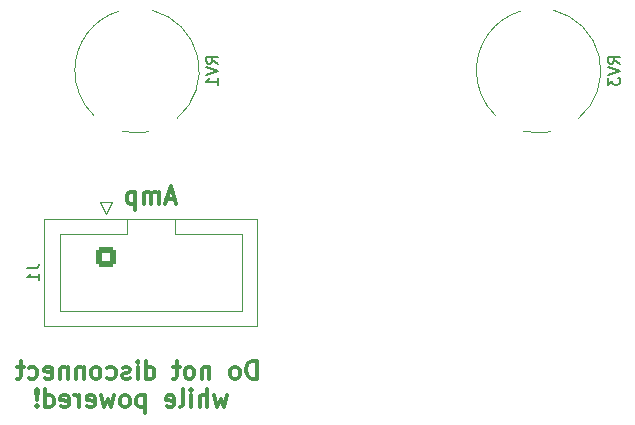
<source format=gbr>
%TF.GenerationSoftware,KiCad,Pcbnew,8.0.8*%
%TF.CreationDate,2025-01-24T23:50:34+01:00*%
%TF.ProjectId,Bias,42696173-2e6b-4696-9361-645f70636258,rev?*%
%TF.SameCoordinates,Original*%
%TF.FileFunction,Legend,Bot*%
%TF.FilePolarity,Positive*%
%FSLAX46Y46*%
G04 Gerber Fmt 4.6, Leading zero omitted, Abs format (unit mm)*
G04 Created by KiCad (PCBNEW 8.0.8) date 2025-01-24 23:50:34*
%MOMM*%
%LPD*%
G01*
G04 APERTURE LIST*
G04 Aperture macros list*
%AMRoundRect*
0 Rectangle with rounded corners*
0 $1 Rounding radius*
0 $2 $3 $4 $5 $6 $7 $8 $9 X,Y pos of 4 corners*
0 Add a 4 corners polygon primitive as box body*
4,1,4,$2,$3,$4,$5,$6,$7,$8,$9,$2,$3,0*
0 Add four circle primitives for the rounded corners*
1,1,$1+$1,$2,$3*
1,1,$1+$1,$4,$5*
1,1,$1+$1,$6,$7*
1,1,$1+$1,$8,$9*
0 Add four rect primitives between the rounded corners*
20,1,$1+$1,$2,$3,$4,$5,0*
20,1,$1+$1,$4,$5,$6,$7,0*
20,1,$1+$1,$6,$7,$8,$9,0*
20,1,$1+$1,$8,$9,$2,$3,0*%
G04 Aperture macros list end*
%ADD10C,0.300000*%
%ADD11C,0.150000*%
%ADD12C,0.120000*%
%ADD13R,1.600000X1.600000*%
%ADD14O,1.600000X1.600000*%
%ADD15C,3.500120*%
%ADD16C,1.600000*%
%ADD17R,1.800000X1.800000*%
%ADD18C,1.800000*%
%ADD19R,2.200000X2.200000*%
%ADD20O,2.200000X2.200000*%
%ADD21C,4.000000*%
%ADD22C,2.340000*%
%ADD23RoundRect,0.250000X-0.600000X0.600000X-0.600000X-0.600000X0.600000X-0.600000X0.600000X0.600000X0*%
%ADD24C,1.700000*%
G04 APERTURE END LIST*
D10*
X166500713Y-90927757D02*
X165786428Y-90927757D01*
X166643570Y-91356328D02*
X166143570Y-89856328D01*
X166143570Y-89856328D02*
X165643570Y-91356328D01*
X165143571Y-91356328D02*
X165143571Y-90356328D01*
X165143571Y-90499185D02*
X165072142Y-90427757D01*
X165072142Y-90427757D02*
X164929285Y-90356328D01*
X164929285Y-90356328D02*
X164714999Y-90356328D01*
X164714999Y-90356328D02*
X164572142Y-90427757D01*
X164572142Y-90427757D02*
X164500714Y-90570614D01*
X164500714Y-90570614D02*
X164500714Y-91356328D01*
X164500714Y-90570614D02*
X164429285Y-90427757D01*
X164429285Y-90427757D02*
X164286428Y-90356328D01*
X164286428Y-90356328D02*
X164072142Y-90356328D01*
X164072142Y-90356328D02*
X163929285Y-90427757D01*
X163929285Y-90427757D02*
X163857856Y-90570614D01*
X163857856Y-90570614D02*
X163857856Y-91356328D01*
X163143571Y-90356328D02*
X163143571Y-91856328D01*
X163143571Y-90427757D02*
X163000714Y-90356328D01*
X163000714Y-90356328D02*
X162714999Y-90356328D01*
X162714999Y-90356328D02*
X162572142Y-90427757D01*
X162572142Y-90427757D02*
X162500714Y-90499185D01*
X162500714Y-90499185D02*
X162429285Y-90642042D01*
X162429285Y-90642042D02*
X162429285Y-91070614D01*
X162429285Y-91070614D02*
X162500714Y-91213471D01*
X162500714Y-91213471D02*
X162572142Y-91284900D01*
X162572142Y-91284900D02*
X162714999Y-91356328D01*
X162714999Y-91356328D02*
X163000714Y-91356328D01*
X163000714Y-91356328D02*
X163143571Y-91284900D01*
X173421143Y-106150870D02*
X173421143Y-104650870D01*
X173421143Y-104650870D02*
X173064000Y-104650870D01*
X173064000Y-104650870D02*
X172849714Y-104722299D01*
X172849714Y-104722299D02*
X172706857Y-104865156D01*
X172706857Y-104865156D02*
X172635428Y-105008013D01*
X172635428Y-105008013D02*
X172564000Y-105293727D01*
X172564000Y-105293727D02*
X172564000Y-105508013D01*
X172564000Y-105508013D02*
X172635428Y-105793727D01*
X172635428Y-105793727D02*
X172706857Y-105936584D01*
X172706857Y-105936584D02*
X172849714Y-106079442D01*
X172849714Y-106079442D02*
X173064000Y-106150870D01*
X173064000Y-106150870D02*
X173421143Y-106150870D01*
X171706857Y-106150870D02*
X171849714Y-106079442D01*
X171849714Y-106079442D02*
X171921143Y-106008013D01*
X171921143Y-106008013D02*
X171992571Y-105865156D01*
X171992571Y-105865156D02*
X171992571Y-105436584D01*
X171992571Y-105436584D02*
X171921143Y-105293727D01*
X171921143Y-105293727D02*
X171849714Y-105222299D01*
X171849714Y-105222299D02*
X171706857Y-105150870D01*
X171706857Y-105150870D02*
X171492571Y-105150870D01*
X171492571Y-105150870D02*
X171349714Y-105222299D01*
X171349714Y-105222299D02*
X171278286Y-105293727D01*
X171278286Y-105293727D02*
X171206857Y-105436584D01*
X171206857Y-105436584D02*
X171206857Y-105865156D01*
X171206857Y-105865156D02*
X171278286Y-106008013D01*
X171278286Y-106008013D02*
X171349714Y-106079442D01*
X171349714Y-106079442D02*
X171492571Y-106150870D01*
X171492571Y-106150870D02*
X171706857Y-106150870D01*
X169421143Y-105150870D02*
X169421143Y-106150870D01*
X169421143Y-105293727D02*
X169349714Y-105222299D01*
X169349714Y-105222299D02*
X169206857Y-105150870D01*
X169206857Y-105150870D02*
X168992571Y-105150870D01*
X168992571Y-105150870D02*
X168849714Y-105222299D01*
X168849714Y-105222299D02*
X168778286Y-105365156D01*
X168778286Y-105365156D02*
X168778286Y-106150870D01*
X167849714Y-106150870D02*
X167992571Y-106079442D01*
X167992571Y-106079442D02*
X168064000Y-106008013D01*
X168064000Y-106008013D02*
X168135428Y-105865156D01*
X168135428Y-105865156D02*
X168135428Y-105436584D01*
X168135428Y-105436584D02*
X168064000Y-105293727D01*
X168064000Y-105293727D02*
X167992571Y-105222299D01*
X167992571Y-105222299D02*
X167849714Y-105150870D01*
X167849714Y-105150870D02*
X167635428Y-105150870D01*
X167635428Y-105150870D02*
X167492571Y-105222299D01*
X167492571Y-105222299D02*
X167421143Y-105293727D01*
X167421143Y-105293727D02*
X167349714Y-105436584D01*
X167349714Y-105436584D02*
X167349714Y-105865156D01*
X167349714Y-105865156D02*
X167421143Y-106008013D01*
X167421143Y-106008013D02*
X167492571Y-106079442D01*
X167492571Y-106079442D02*
X167635428Y-106150870D01*
X167635428Y-106150870D02*
X167849714Y-106150870D01*
X166921142Y-105150870D02*
X166349714Y-105150870D01*
X166706857Y-104650870D02*
X166706857Y-105936584D01*
X166706857Y-105936584D02*
X166635428Y-106079442D01*
X166635428Y-106079442D02*
X166492571Y-106150870D01*
X166492571Y-106150870D02*
X166349714Y-106150870D01*
X164064000Y-106150870D02*
X164064000Y-104650870D01*
X164064000Y-106079442D02*
X164206857Y-106150870D01*
X164206857Y-106150870D02*
X164492571Y-106150870D01*
X164492571Y-106150870D02*
X164635428Y-106079442D01*
X164635428Y-106079442D02*
X164706857Y-106008013D01*
X164706857Y-106008013D02*
X164778285Y-105865156D01*
X164778285Y-105865156D02*
X164778285Y-105436584D01*
X164778285Y-105436584D02*
X164706857Y-105293727D01*
X164706857Y-105293727D02*
X164635428Y-105222299D01*
X164635428Y-105222299D02*
X164492571Y-105150870D01*
X164492571Y-105150870D02*
X164206857Y-105150870D01*
X164206857Y-105150870D02*
X164064000Y-105222299D01*
X163349714Y-106150870D02*
X163349714Y-105150870D01*
X163349714Y-104650870D02*
X163421142Y-104722299D01*
X163421142Y-104722299D02*
X163349714Y-104793727D01*
X163349714Y-104793727D02*
X163278285Y-104722299D01*
X163278285Y-104722299D02*
X163349714Y-104650870D01*
X163349714Y-104650870D02*
X163349714Y-104793727D01*
X162706856Y-106079442D02*
X162563999Y-106150870D01*
X162563999Y-106150870D02*
X162278285Y-106150870D01*
X162278285Y-106150870D02*
X162135428Y-106079442D01*
X162135428Y-106079442D02*
X162063999Y-105936584D01*
X162063999Y-105936584D02*
X162063999Y-105865156D01*
X162063999Y-105865156D02*
X162135428Y-105722299D01*
X162135428Y-105722299D02*
X162278285Y-105650870D01*
X162278285Y-105650870D02*
X162492571Y-105650870D01*
X162492571Y-105650870D02*
X162635428Y-105579442D01*
X162635428Y-105579442D02*
X162706856Y-105436584D01*
X162706856Y-105436584D02*
X162706856Y-105365156D01*
X162706856Y-105365156D02*
X162635428Y-105222299D01*
X162635428Y-105222299D02*
X162492571Y-105150870D01*
X162492571Y-105150870D02*
X162278285Y-105150870D01*
X162278285Y-105150870D02*
X162135428Y-105222299D01*
X160778285Y-106079442D02*
X160921142Y-106150870D01*
X160921142Y-106150870D02*
X161206856Y-106150870D01*
X161206856Y-106150870D02*
X161349713Y-106079442D01*
X161349713Y-106079442D02*
X161421142Y-106008013D01*
X161421142Y-106008013D02*
X161492570Y-105865156D01*
X161492570Y-105865156D02*
X161492570Y-105436584D01*
X161492570Y-105436584D02*
X161421142Y-105293727D01*
X161421142Y-105293727D02*
X161349713Y-105222299D01*
X161349713Y-105222299D02*
X161206856Y-105150870D01*
X161206856Y-105150870D02*
X160921142Y-105150870D01*
X160921142Y-105150870D02*
X160778285Y-105222299D01*
X159921142Y-106150870D02*
X160063999Y-106079442D01*
X160063999Y-106079442D02*
X160135428Y-106008013D01*
X160135428Y-106008013D02*
X160206856Y-105865156D01*
X160206856Y-105865156D02*
X160206856Y-105436584D01*
X160206856Y-105436584D02*
X160135428Y-105293727D01*
X160135428Y-105293727D02*
X160063999Y-105222299D01*
X160063999Y-105222299D02*
X159921142Y-105150870D01*
X159921142Y-105150870D02*
X159706856Y-105150870D01*
X159706856Y-105150870D02*
X159563999Y-105222299D01*
X159563999Y-105222299D02*
X159492571Y-105293727D01*
X159492571Y-105293727D02*
X159421142Y-105436584D01*
X159421142Y-105436584D02*
X159421142Y-105865156D01*
X159421142Y-105865156D02*
X159492571Y-106008013D01*
X159492571Y-106008013D02*
X159563999Y-106079442D01*
X159563999Y-106079442D02*
X159706856Y-106150870D01*
X159706856Y-106150870D02*
X159921142Y-106150870D01*
X158778285Y-105150870D02*
X158778285Y-106150870D01*
X158778285Y-105293727D02*
X158706856Y-105222299D01*
X158706856Y-105222299D02*
X158563999Y-105150870D01*
X158563999Y-105150870D02*
X158349713Y-105150870D01*
X158349713Y-105150870D02*
X158206856Y-105222299D01*
X158206856Y-105222299D02*
X158135428Y-105365156D01*
X158135428Y-105365156D02*
X158135428Y-106150870D01*
X157421142Y-105150870D02*
X157421142Y-106150870D01*
X157421142Y-105293727D02*
X157349713Y-105222299D01*
X157349713Y-105222299D02*
X157206856Y-105150870D01*
X157206856Y-105150870D02*
X156992570Y-105150870D01*
X156992570Y-105150870D02*
X156849713Y-105222299D01*
X156849713Y-105222299D02*
X156778285Y-105365156D01*
X156778285Y-105365156D02*
X156778285Y-106150870D01*
X155492570Y-106079442D02*
X155635427Y-106150870D01*
X155635427Y-106150870D02*
X155921142Y-106150870D01*
X155921142Y-106150870D02*
X156063999Y-106079442D01*
X156063999Y-106079442D02*
X156135427Y-105936584D01*
X156135427Y-105936584D02*
X156135427Y-105365156D01*
X156135427Y-105365156D02*
X156063999Y-105222299D01*
X156063999Y-105222299D02*
X155921142Y-105150870D01*
X155921142Y-105150870D02*
X155635427Y-105150870D01*
X155635427Y-105150870D02*
X155492570Y-105222299D01*
X155492570Y-105222299D02*
X155421142Y-105365156D01*
X155421142Y-105365156D02*
X155421142Y-105508013D01*
X155421142Y-105508013D02*
X156135427Y-105650870D01*
X154135428Y-106079442D02*
X154278285Y-106150870D01*
X154278285Y-106150870D02*
X154563999Y-106150870D01*
X154563999Y-106150870D02*
X154706856Y-106079442D01*
X154706856Y-106079442D02*
X154778285Y-106008013D01*
X154778285Y-106008013D02*
X154849713Y-105865156D01*
X154849713Y-105865156D02*
X154849713Y-105436584D01*
X154849713Y-105436584D02*
X154778285Y-105293727D01*
X154778285Y-105293727D02*
X154706856Y-105222299D01*
X154706856Y-105222299D02*
X154563999Y-105150870D01*
X154563999Y-105150870D02*
X154278285Y-105150870D01*
X154278285Y-105150870D02*
X154135428Y-105222299D01*
X153706856Y-105150870D02*
X153135428Y-105150870D01*
X153492571Y-104650870D02*
X153492571Y-105936584D01*
X153492571Y-105936584D02*
X153421142Y-106079442D01*
X153421142Y-106079442D02*
X153278285Y-106150870D01*
X153278285Y-106150870D02*
X153135428Y-106150870D01*
X170956857Y-107565786D02*
X170671143Y-108565786D01*
X170671143Y-108565786D02*
X170385428Y-107851500D01*
X170385428Y-107851500D02*
X170099714Y-108565786D01*
X170099714Y-108565786D02*
X169814000Y-107565786D01*
X169242571Y-108565786D02*
X169242571Y-107065786D01*
X168599714Y-108565786D02*
X168599714Y-107780072D01*
X168599714Y-107780072D02*
X168671142Y-107637215D01*
X168671142Y-107637215D02*
X168813999Y-107565786D01*
X168813999Y-107565786D02*
X169028285Y-107565786D01*
X169028285Y-107565786D02*
X169171142Y-107637215D01*
X169171142Y-107637215D02*
X169242571Y-107708643D01*
X167885428Y-108565786D02*
X167885428Y-107565786D01*
X167885428Y-107065786D02*
X167956856Y-107137215D01*
X167956856Y-107137215D02*
X167885428Y-107208643D01*
X167885428Y-107208643D02*
X167813999Y-107137215D01*
X167813999Y-107137215D02*
X167885428Y-107065786D01*
X167885428Y-107065786D02*
X167885428Y-107208643D01*
X166956856Y-108565786D02*
X167099713Y-108494358D01*
X167099713Y-108494358D02*
X167171142Y-108351500D01*
X167171142Y-108351500D02*
X167171142Y-107065786D01*
X165813999Y-108494358D02*
X165956856Y-108565786D01*
X165956856Y-108565786D02*
X166242571Y-108565786D01*
X166242571Y-108565786D02*
X166385428Y-108494358D01*
X166385428Y-108494358D02*
X166456856Y-108351500D01*
X166456856Y-108351500D02*
X166456856Y-107780072D01*
X166456856Y-107780072D02*
X166385428Y-107637215D01*
X166385428Y-107637215D02*
X166242571Y-107565786D01*
X166242571Y-107565786D02*
X165956856Y-107565786D01*
X165956856Y-107565786D02*
X165813999Y-107637215D01*
X165813999Y-107637215D02*
X165742571Y-107780072D01*
X165742571Y-107780072D02*
X165742571Y-107922929D01*
X165742571Y-107922929D02*
X166456856Y-108065786D01*
X163956857Y-107565786D02*
X163956857Y-109065786D01*
X163956857Y-107637215D02*
X163814000Y-107565786D01*
X163814000Y-107565786D02*
X163528285Y-107565786D01*
X163528285Y-107565786D02*
X163385428Y-107637215D01*
X163385428Y-107637215D02*
X163314000Y-107708643D01*
X163314000Y-107708643D02*
X163242571Y-107851500D01*
X163242571Y-107851500D02*
X163242571Y-108280072D01*
X163242571Y-108280072D02*
X163314000Y-108422929D01*
X163314000Y-108422929D02*
X163385428Y-108494358D01*
X163385428Y-108494358D02*
X163528285Y-108565786D01*
X163528285Y-108565786D02*
X163814000Y-108565786D01*
X163814000Y-108565786D02*
X163956857Y-108494358D01*
X162385428Y-108565786D02*
X162528285Y-108494358D01*
X162528285Y-108494358D02*
X162599714Y-108422929D01*
X162599714Y-108422929D02*
X162671142Y-108280072D01*
X162671142Y-108280072D02*
X162671142Y-107851500D01*
X162671142Y-107851500D02*
X162599714Y-107708643D01*
X162599714Y-107708643D02*
X162528285Y-107637215D01*
X162528285Y-107637215D02*
X162385428Y-107565786D01*
X162385428Y-107565786D02*
X162171142Y-107565786D01*
X162171142Y-107565786D02*
X162028285Y-107637215D01*
X162028285Y-107637215D02*
X161956857Y-107708643D01*
X161956857Y-107708643D02*
X161885428Y-107851500D01*
X161885428Y-107851500D02*
X161885428Y-108280072D01*
X161885428Y-108280072D02*
X161956857Y-108422929D01*
X161956857Y-108422929D02*
X162028285Y-108494358D01*
X162028285Y-108494358D02*
X162171142Y-108565786D01*
X162171142Y-108565786D02*
X162385428Y-108565786D01*
X161385428Y-107565786D02*
X161099714Y-108565786D01*
X161099714Y-108565786D02*
X160813999Y-107851500D01*
X160813999Y-107851500D02*
X160528285Y-108565786D01*
X160528285Y-108565786D02*
X160242571Y-107565786D01*
X159099713Y-108494358D02*
X159242570Y-108565786D01*
X159242570Y-108565786D02*
X159528285Y-108565786D01*
X159528285Y-108565786D02*
X159671142Y-108494358D01*
X159671142Y-108494358D02*
X159742570Y-108351500D01*
X159742570Y-108351500D02*
X159742570Y-107780072D01*
X159742570Y-107780072D02*
X159671142Y-107637215D01*
X159671142Y-107637215D02*
X159528285Y-107565786D01*
X159528285Y-107565786D02*
X159242570Y-107565786D01*
X159242570Y-107565786D02*
X159099713Y-107637215D01*
X159099713Y-107637215D02*
X159028285Y-107780072D01*
X159028285Y-107780072D02*
X159028285Y-107922929D01*
X159028285Y-107922929D02*
X159742570Y-108065786D01*
X158385428Y-108565786D02*
X158385428Y-107565786D01*
X158385428Y-107851500D02*
X158313999Y-107708643D01*
X158313999Y-107708643D02*
X158242571Y-107637215D01*
X158242571Y-107637215D02*
X158099713Y-107565786D01*
X158099713Y-107565786D02*
X157956856Y-107565786D01*
X156885428Y-108494358D02*
X157028285Y-108565786D01*
X157028285Y-108565786D02*
X157314000Y-108565786D01*
X157314000Y-108565786D02*
X157456857Y-108494358D01*
X157456857Y-108494358D02*
X157528285Y-108351500D01*
X157528285Y-108351500D02*
X157528285Y-107780072D01*
X157528285Y-107780072D02*
X157456857Y-107637215D01*
X157456857Y-107637215D02*
X157314000Y-107565786D01*
X157314000Y-107565786D02*
X157028285Y-107565786D01*
X157028285Y-107565786D02*
X156885428Y-107637215D01*
X156885428Y-107637215D02*
X156814000Y-107780072D01*
X156814000Y-107780072D02*
X156814000Y-107922929D01*
X156814000Y-107922929D02*
X157528285Y-108065786D01*
X155528286Y-108565786D02*
X155528286Y-107065786D01*
X155528286Y-108494358D02*
X155671143Y-108565786D01*
X155671143Y-108565786D02*
X155956857Y-108565786D01*
X155956857Y-108565786D02*
X156099714Y-108494358D01*
X156099714Y-108494358D02*
X156171143Y-108422929D01*
X156171143Y-108422929D02*
X156242571Y-108280072D01*
X156242571Y-108280072D02*
X156242571Y-107851500D01*
X156242571Y-107851500D02*
X156171143Y-107708643D01*
X156171143Y-107708643D02*
X156099714Y-107637215D01*
X156099714Y-107637215D02*
X155956857Y-107565786D01*
X155956857Y-107565786D02*
X155671143Y-107565786D01*
X155671143Y-107565786D02*
X155528286Y-107637215D01*
X154814000Y-108422929D02*
X154742571Y-108494358D01*
X154742571Y-108494358D02*
X154814000Y-108565786D01*
X154814000Y-108565786D02*
X154885428Y-108494358D01*
X154885428Y-108494358D02*
X154814000Y-108422929D01*
X154814000Y-108422929D02*
X154814000Y-108565786D01*
X154814000Y-107994358D02*
X154885428Y-107137215D01*
X154885428Y-107137215D02*
X154814000Y-107065786D01*
X154814000Y-107065786D02*
X154742571Y-107137215D01*
X154742571Y-107137215D02*
X154814000Y-107994358D01*
X154814000Y-107994358D02*
X154814000Y-107065786D01*
D11*
X204159819Y-79476761D02*
X203683628Y-79143428D01*
X204159819Y-78905333D02*
X203159819Y-78905333D01*
X203159819Y-78905333D02*
X203159819Y-79286285D01*
X203159819Y-79286285D02*
X203207438Y-79381523D01*
X203207438Y-79381523D02*
X203255057Y-79429142D01*
X203255057Y-79429142D02*
X203350295Y-79476761D01*
X203350295Y-79476761D02*
X203493152Y-79476761D01*
X203493152Y-79476761D02*
X203588390Y-79429142D01*
X203588390Y-79429142D02*
X203636009Y-79381523D01*
X203636009Y-79381523D02*
X203683628Y-79286285D01*
X203683628Y-79286285D02*
X203683628Y-78905333D01*
X203159819Y-79762476D02*
X204159819Y-80095809D01*
X204159819Y-80095809D02*
X203159819Y-80429142D01*
X203159819Y-80667238D02*
X203159819Y-81286285D01*
X203159819Y-81286285D02*
X203540771Y-80952952D01*
X203540771Y-80952952D02*
X203540771Y-81095809D01*
X203540771Y-81095809D02*
X203588390Y-81191047D01*
X203588390Y-81191047D02*
X203636009Y-81238666D01*
X203636009Y-81238666D02*
X203731247Y-81286285D01*
X203731247Y-81286285D02*
X203969342Y-81286285D01*
X203969342Y-81286285D02*
X204064580Y-81238666D01*
X204064580Y-81238666D02*
X204112200Y-81191047D01*
X204112200Y-81191047D02*
X204159819Y-81095809D01*
X204159819Y-81095809D02*
X204159819Y-80810095D01*
X204159819Y-80810095D02*
X204112200Y-80714857D01*
X204112200Y-80714857D02*
X204064580Y-80667238D01*
X170159819Y-79476761D02*
X169683628Y-79143428D01*
X170159819Y-78905333D02*
X169159819Y-78905333D01*
X169159819Y-78905333D02*
X169159819Y-79286285D01*
X169159819Y-79286285D02*
X169207438Y-79381523D01*
X169207438Y-79381523D02*
X169255057Y-79429142D01*
X169255057Y-79429142D02*
X169350295Y-79476761D01*
X169350295Y-79476761D02*
X169493152Y-79476761D01*
X169493152Y-79476761D02*
X169588390Y-79429142D01*
X169588390Y-79429142D02*
X169636009Y-79381523D01*
X169636009Y-79381523D02*
X169683628Y-79286285D01*
X169683628Y-79286285D02*
X169683628Y-78905333D01*
X169159819Y-79762476D02*
X170159819Y-80095809D01*
X170159819Y-80095809D02*
X169159819Y-80429142D01*
X170159819Y-81286285D02*
X170159819Y-80714857D01*
X170159819Y-81000571D02*
X169159819Y-81000571D01*
X169159819Y-81000571D02*
X169302676Y-80905333D01*
X169302676Y-80905333D02*
X169397914Y-80810095D01*
X169397914Y-80810095D02*
X169445533Y-80714857D01*
X154009819Y-96821666D02*
X154724104Y-96821666D01*
X154724104Y-96821666D02*
X154866961Y-96774047D01*
X154866961Y-96774047D02*
X154962200Y-96678809D01*
X154962200Y-96678809D02*
X155009819Y-96535952D01*
X155009819Y-96535952D02*
X155009819Y-96440714D01*
X155009819Y-97821666D02*
X155009819Y-97250238D01*
X155009819Y-97535952D02*
X154009819Y-97535952D01*
X154009819Y-97535952D02*
X154152676Y-97440714D01*
X154152676Y-97440714D02*
X154247914Y-97345476D01*
X154247914Y-97345476D02*
X154295533Y-97250238D01*
D12*
X192035000Y-80072000D02*
G75*
G02*
X195764201Y-75032274I5270000J0D01*
G01*
X193644000Y-83863000D02*
G75*
G02*
X192035642Y-79979970I3661000J3791000D01*
G01*
X198311000Y-85246000D02*
G75*
G02*
X196030119Y-85186390I-1006000J5174000D01*
G01*
X198579000Y-74958000D02*
G75*
G02*
X200693474Y-84108621I-1274000J-5114000D01*
G01*
X158035000Y-80072000D02*
G75*
G02*
X161764201Y-75032274I5270000J0D01*
G01*
X159644000Y-83863000D02*
G75*
G02*
X158035642Y-79979970I3661000J3791000D01*
G01*
X164311000Y-85246000D02*
G75*
G02*
X162030119Y-85186390I-1006000J5174000D01*
G01*
X164579000Y-74958000D02*
G75*
G02*
X166693474Y-84108621I-1274000J-5114000D01*
G01*
X155445000Y-92595000D02*
X173485000Y-92595000D01*
X155445000Y-101715000D02*
X155445000Y-92595000D01*
X156745000Y-93905000D02*
X162415000Y-93905000D01*
X156745000Y-100405000D02*
X156745000Y-93905000D01*
X160155000Y-91205000D02*
X160655000Y-92205000D01*
X160655000Y-92205000D02*
X161155000Y-91205000D01*
X161155000Y-91205000D02*
X160155000Y-91205000D01*
X162415000Y-93905000D02*
X162415000Y-92595000D01*
X166515000Y-92595000D02*
X166515000Y-93905000D01*
X166515000Y-93905000D02*
X166515000Y-93905000D01*
X166515000Y-93905000D02*
X172185000Y-93905000D01*
X172185000Y-93905000D02*
X172185000Y-100405000D01*
X172185000Y-100405000D02*
X156745000Y-100405000D01*
X173485000Y-92595000D02*
X173485000Y-101715000D01*
X173485000Y-101715000D02*
X155445000Y-101715000D01*
%LPC*%
D13*
X195072000Y-91440000D03*
D14*
X195072000Y-93980000D03*
X195072000Y-96520000D03*
X195072000Y-99060000D03*
X195072000Y-101600000D03*
X195072000Y-104140000D03*
X195072000Y-106680000D03*
X202692000Y-106680000D03*
X202692000Y-104140000D03*
X202692000Y-101600000D03*
X202692000Y-99060000D03*
X202692000Y-96520000D03*
X202692000Y-93980000D03*
X202692000Y-91440000D03*
D15*
X145209260Y-67266820D03*
X145209260Y-107266740D03*
X215209120Y-67266820D03*
X215209120Y-107266740D03*
D16*
X191516000Y-96520000D03*
X191516000Y-91520000D03*
X191516000Y-99060000D03*
X191516000Y-104060000D03*
X206248000Y-101600000D03*
X211248000Y-101600000D03*
D13*
X186944000Y-93980000D03*
D14*
X176784000Y-93980000D03*
D17*
X154470000Y-68072000D03*
D18*
X151930000Y-68072000D03*
D13*
X178054000Y-75692000D03*
D14*
X178054000Y-85852000D03*
D17*
X161920000Y-68072000D03*
D18*
X164460000Y-68072000D03*
D13*
X186944000Y-90932000D03*
D14*
X176784000Y-90932000D03*
D17*
X208506000Y-68072000D03*
D18*
X205966000Y-68072000D03*
D13*
X206248000Y-93980000D03*
D14*
X216408000Y-93980000D03*
D13*
X209550000Y-75692000D03*
D14*
X209550000Y-85852000D03*
D13*
X206248000Y-90932000D03*
D14*
X216408000Y-90932000D03*
D19*
X144145000Y-75692000D03*
D20*
X144145000Y-85852000D03*
D16*
X185674000Y-75692000D03*
D14*
X185674000Y-85852000D03*
D16*
X186944000Y-99060000D03*
D14*
X176784000Y-99060000D03*
D16*
X174498000Y-75692000D03*
D14*
X174498000Y-85852000D03*
D16*
X212852000Y-75692000D03*
D14*
X212852000Y-85852000D03*
D16*
X216408000Y-75692000D03*
D14*
X216408000Y-85852000D03*
D16*
X186944000Y-102870000D03*
D14*
X176784000Y-102870000D03*
D16*
X206248000Y-75692000D03*
D14*
X206248000Y-85852000D03*
D16*
X147955000Y-85852000D03*
D14*
X147955000Y-75692000D03*
D16*
X151765000Y-75692000D03*
D14*
X151765000Y-85852000D03*
D16*
X151765000Y-91948000D03*
D14*
X151765000Y-102108000D03*
D16*
X148209000Y-102108000D03*
D14*
X148209000Y-91948000D03*
D16*
X206248000Y-98806000D03*
X211248000Y-98806000D03*
X206248000Y-104394000D03*
X211248000Y-104394000D03*
D17*
X174470000Y-68072000D03*
D18*
X171930000Y-68072000D03*
D16*
X182118000Y-75704700D03*
D14*
X182118000Y-85864700D03*
D17*
X195956000Y-68072000D03*
D18*
X198496000Y-68072000D03*
D17*
X188506000Y-68072000D03*
D18*
X185966000Y-68072000D03*
D16*
X155321000Y-85852000D03*
D14*
X155321000Y-75692000D03*
D16*
X189230000Y-85852000D03*
D14*
X189230000Y-75692000D03*
D21*
X197305000Y-80072000D03*
D22*
X194655000Y-85072000D03*
X197155000Y-75072000D03*
X199655000Y-85072000D03*
D21*
X163305000Y-80072000D03*
D22*
X160655000Y-85072000D03*
X163155000Y-75072000D03*
X165655000Y-85072000D03*
D23*
X160655000Y-95885000D03*
D24*
X160655000Y-98425000D03*
X163195000Y-95885000D03*
X163195000Y-98425000D03*
X165735000Y-95885000D03*
X165735000Y-98425000D03*
X168275000Y-95885000D03*
X168275000Y-98425000D03*
%LPD*%
M02*

</source>
